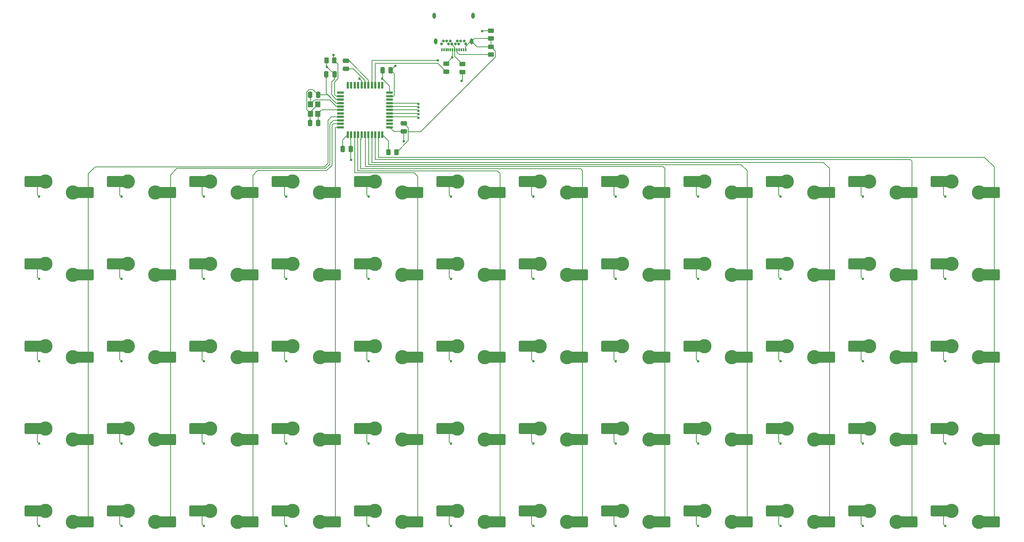
<source format=gbr>
%TF.GenerationSoftware,KiCad,Pcbnew,8.0.4*%
%TF.CreationDate,2024-09-02T18:18:05-04:00*%
%TF.ProjectId,BTKeyboardAttempt,42544b65-7962-46f6-9172-64417474656d,rev?*%
%TF.SameCoordinates,Original*%
%TF.FileFunction,Copper,L1,Top*%
%TF.FilePolarity,Positive*%
%FSLAX46Y46*%
G04 Gerber Fmt 4.6, Leading zero omitted, Abs format (unit mm)*
G04 Created by KiCad (PCBNEW 8.0.4) date 2024-09-02 18:18:05*
%MOMM*%
%LPD*%
G01*
G04 APERTURE LIST*
G04 Aperture macros list*
%AMRoundRect*
0 Rectangle with rounded corners*
0 $1 Rounding radius*
0 $2 $3 $4 $5 $6 $7 $8 $9 X,Y pos of 4 corners*
0 Add a 4 corners polygon primitive as box body*
4,1,4,$2,$3,$4,$5,$6,$7,$8,$9,$2,$3,0*
0 Add four circle primitives for the rounded corners*
1,1,$1+$1,$2,$3*
1,1,$1+$1,$4,$5*
1,1,$1+$1,$6,$7*
1,1,$1+$1,$8,$9*
0 Add four rect primitives between the rounded corners*
20,1,$1+$1,$2,$3,$4,$5,0*
20,1,$1+$1,$4,$5,$6,$7,0*
20,1,$1+$1,$6,$7,$8,$9,0*
20,1,$1+$1,$8,$9,$2,$3,0*%
G04 Aperture macros list end*
%TA.AperFunction,SMDPad,CuDef*%
%ADD10RoundRect,0.250000X-0.450000X0.262500X-0.450000X-0.262500X0.450000X-0.262500X0.450000X0.262500X0*%
%TD*%
%TA.AperFunction,ComponentPad*%
%ADD11C,3.300000*%
%TD*%
%TA.AperFunction,SMDPad,CuDef*%
%ADD12R,1.650000X2.500000*%
%TD*%
%TA.AperFunction,SMDPad,CuDef*%
%ADD13RoundRect,0.250000X-1.025000X-1.000000X1.025000X-1.000000X1.025000X1.000000X-1.025000X1.000000X0*%
%TD*%
%TA.AperFunction,SMDPad,CuDef*%
%ADD14R,1.200000X1.400000*%
%TD*%
%TA.AperFunction,SMDPad,CuDef*%
%ADD15RoundRect,0.250000X-0.262500X-0.450000X0.262500X-0.450000X0.262500X0.450000X-0.262500X0.450000X0*%
%TD*%
%TA.AperFunction,SMDPad,CuDef*%
%ADD16R,0.300000X0.700000*%
%TD*%
%TA.AperFunction,ComponentPad*%
%ADD17C,0.650000*%
%TD*%
%TA.AperFunction,ComponentPad*%
%ADD18O,0.800000X1.400000*%
%TD*%
%TA.AperFunction,SMDPad,CuDef*%
%ADD19R,0.550000X1.500000*%
%TD*%
%TA.AperFunction,SMDPad,CuDef*%
%ADD20R,1.500000X0.550000*%
%TD*%
%TA.AperFunction,SMDPad,CuDef*%
%ADD21RoundRect,0.250000X0.250000X0.475000X-0.250000X0.475000X-0.250000X-0.475000X0.250000X-0.475000X0*%
%TD*%
%TA.AperFunction,SMDPad,CuDef*%
%ADD22RoundRect,0.250000X0.450000X-0.262500X0.450000X0.262500X-0.450000X0.262500X-0.450000X-0.262500X0*%
%TD*%
%TA.AperFunction,SMDPad,CuDef*%
%ADD23RoundRect,0.250000X-0.250000X-0.475000X0.250000X-0.475000X0.250000X0.475000X-0.250000X0.475000X0*%
%TD*%
%TA.AperFunction,SMDPad,CuDef*%
%ADD24RoundRect,0.250000X0.475000X-0.250000X0.475000X0.250000X-0.475000X0.250000X-0.475000X-0.250000X0*%
%TD*%
%TA.AperFunction,ViaPad*%
%ADD25C,0.600000*%
%TD*%
%TA.AperFunction,Conductor*%
%ADD26C,0.200000*%
%TD*%
G04 APERTURE END LIST*
D10*
%TO.P,R3,1*%
%TO.N,D-*%
X148899996Y-24002500D03*
%TO.P,R3,2*%
%TO.N,Net-(U2-D-)*%
X148899996Y-25827500D03*
%TD*%
D11*
%TO.P,MX30,1,1*%
%TO.N,COL5*%
X157797500Y-130016250D03*
D12*
X159622500Y-130016250D03*
D13*
X161347500Y-130016250D03*
%TO.P,MX30,2,2*%
%TO.N,Net-(D30-A)*%
X147897500Y-127476250D03*
D12*
X149647500Y-127476250D03*
D11*
X151447500Y-127476250D03*
%TD*%
%TO.P,MX13,1,1*%
%TO.N,COL2*%
X100647500Y-91916250D03*
D12*
X102472500Y-91916250D03*
D13*
X104197500Y-91916250D03*
%TO.P,MX13,2,2*%
%TO.N,Net-(D13-A)*%
X90747500Y-89376250D03*
D12*
X92497500Y-89376250D03*
D11*
X94297500Y-89376250D03*
%TD*%
%TO.P,MX23,1,1*%
%TO.N,COL4*%
X138747500Y-91916250D03*
D12*
X140572500Y-91916250D03*
D13*
X142297500Y-91916250D03*
%TO.P,MX23,2,2*%
%TO.N,Net-(D23-A)*%
X128847500Y-89376250D03*
D12*
X130597500Y-89376250D03*
D11*
X132397500Y-89376250D03*
%TD*%
%TO.P,MX21,1,1*%
%TO.N,COL4*%
X138747500Y-53816250D03*
D12*
X140572500Y-53816250D03*
D13*
X142297500Y-53816250D03*
%TO.P,MX21,2,2*%
%TO.N,Net-(D21-A)*%
X128847500Y-51276250D03*
D12*
X130597500Y-51276250D03*
D11*
X132397500Y-51276250D03*
%TD*%
%TO.P,MX52,1,1*%
%TO.N,COL10*%
X253047500Y-72866250D03*
D12*
X254872500Y-72866250D03*
D13*
X256597500Y-72866250D03*
%TO.P,MX52,2,2*%
%TO.N,Net-(D52-A)*%
X243147500Y-70326250D03*
D12*
X244897500Y-70326250D03*
D11*
X246697500Y-70326250D03*
%TD*%
D14*
%TO.P,Y1,1,1*%
%TO.N,Net-(U2-XTAL1)*%
X119250000Y-35581250D03*
%TO.P,Y1,2,2*%
%TO.N,GND*%
X119250000Y-33381250D03*
%TO.P,Y1,3,3*%
%TO.N,Net-(U2-XTAL2)*%
X117550000Y-33381250D03*
%TO.P,Y1,4,4*%
%TO.N,GND*%
X117550000Y-35581250D03*
%TD*%
D11*
%TO.P,MX16,1,1*%
%TO.N,COL3*%
X119697500Y-53816250D03*
D12*
X121522500Y-53816250D03*
D13*
X123247500Y-53816250D03*
%TO.P,MX16,2,2*%
%TO.N,Net-(D16-A)*%
X109797500Y-51276250D03*
D12*
X111547500Y-51276250D03*
D11*
X113347500Y-51276250D03*
%TD*%
%TO.P,MX56,1,1*%
%TO.N,COL11*%
X272097500Y-53816250D03*
D12*
X273922500Y-53816250D03*
D13*
X275647500Y-53816250D03*
%TO.P,MX56,2,2*%
%TO.N,Net-(D56-A)*%
X262197500Y-51276250D03*
D12*
X263947500Y-51276250D03*
D11*
X265747500Y-51276250D03*
%TD*%
D15*
%TO.P,R4,1*%
%TO.N,+5V*%
X121237500Y-23231250D03*
%TO.P,R4,2*%
%TO.N,Net-(U2-~{RESET})*%
X123062500Y-23231250D03*
%TD*%
D11*
%TO.P,MX60,1,1*%
%TO.N,COL11*%
X272097500Y-130016250D03*
D12*
X273922500Y-130016250D03*
D13*
X275647500Y-130016250D03*
%TO.P,MX60,2,2*%
%TO.N,Net-(D60-A)*%
X262197500Y-127476250D03*
D12*
X263947500Y-127476250D03*
D11*
X265747500Y-127476250D03*
%TD*%
D16*
%TO.P,J1,A1,GND*%
%TO.N,GND*%
X153399996Y-20760000D03*
%TO.P,J1,A2,TX1+*%
%TO.N,unconnected-(J1-TX1+-PadA2)*%
X152899996Y-20760000D03*
%TO.P,J1,A3,TX1-*%
%TO.N,unconnected-(J1-TX1--PadA3)*%
X152399996Y-20760000D03*
%TO.P,J1,A4,VBUS*%
%TO.N,+5V*%
X151899996Y-20760000D03*
%TO.P,J1,A5,CC1*%
%TO.N,Net-(J1-CC1)*%
X151399996Y-20760000D03*
%TO.P,J1,A6,D+*%
%TO.N,D+*%
X150899996Y-20760000D03*
%TO.P,J1,A7,D-*%
%TO.N,D-*%
X150399996Y-20760000D03*
%TO.P,J1,A8,SBU1*%
%TO.N,unconnected-(J1-SBU1-PadA8)*%
X149899996Y-20760000D03*
%TO.P,J1,A9,VBUS*%
%TO.N,+5V*%
X149399996Y-20760000D03*
%TO.P,J1,A10,RX2-*%
%TO.N,unconnected-(J1-RX2--PadA10)*%
X148899996Y-20760000D03*
%TO.P,J1,A11,RX2+*%
%TO.N,unconnected-(J1-RX2+-PadA11)*%
X148399996Y-20760000D03*
%TO.P,J1,A12,GND*%
%TO.N,GND*%
X147899996Y-20760000D03*
D17*
%TO.P,J1,B1,GND*%
X147849996Y-19450000D03*
%TO.P,J1,B2,TX2+*%
%TO.N,unconnected-(J1-TX2+-PadB2)*%
X148249996Y-18750000D03*
%TO.P,J1,B3,TX2-*%
%TO.N,unconnected-(J1-TX2--PadB3)*%
X149049996Y-18750000D03*
%TO.P,J1,B4,VBUS*%
%TO.N,+5V*%
X149449996Y-19450000D03*
%TO.P,J1,B5,CC2*%
%TO.N,Net-(J1-CC2)*%
X149849996Y-18750000D03*
%TO.P,J1,B6,D+*%
%TO.N,D+*%
X150249996Y-19450000D03*
%TO.P,J1,B7,D-*%
%TO.N,D-*%
X151049996Y-19450000D03*
%TO.P,J1,B8,SBU2*%
%TO.N,unconnected-(J1-SBU2-PadB8)*%
X151449996Y-18750000D03*
%TO.P,J1,B9,VBUS*%
%TO.N,+5V*%
X151849996Y-19450000D03*
%TO.P,J1,B10,RX1-*%
%TO.N,unconnected-(J1-RX1--PadB10)*%
X152249996Y-18750000D03*
%TO.P,J1,B11,RX1+*%
%TO.N,unconnected-(J1-RX1+-PadB11)*%
X153049996Y-18750000D03*
%TO.P,J1,B12,GND*%
%TO.N,GND*%
X153449996Y-19450000D03*
D18*
%TO.P,J1,S1,SHIELD*%
X155139996Y-12900000D03*
X154779996Y-18850000D03*
X146519996Y-18850000D03*
X146159996Y-12900000D03*
%TD*%
D11*
%TO.P,MX6,1,1*%
%TO.N,COL1*%
X81597500Y-91916250D03*
D12*
X83422500Y-91916250D03*
D13*
X85147500Y-91916250D03*
%TO.P,MX6,2,2*%
%TO.N,Net-(D6-A)*%
X71697500Y-89376250D03*
D12*
X73447500Y-89376250D03*
D11*
X75247500Y-89376250D03*
%TD*%
%TO.P,MX3,1,1*%
%TO.N,COL0*%
X62547500Y-72866250D03*
D12*
X64372500Y-72866250D03*
D13*
X66097500Y-72866250D03*
%TO.P,MX3,2,2*%
%TO.N,Net-(D3-A)*%
X52647500Y-70326250D03*
D12*
X54397500Y-70326250D03*
D11*
X56197500Y-70326250D03*
%TD*%
%TO.P,MX42,1,1*%
%TO.N,COL8*%
X214947500Y-72866250D03*
D12*
X216772500Y-72866250D03*
D13*
X218497500Y-72866250D03*
%TO.P,MX42,2,2*%
%TO.N,Net-(D42-A)*%
X205047500Y-70326250D03*
D12*
X206797500Y-70326250D03*
D11*
X208597500Y-70326250D03*
%TD*%
%TO.P,MX45,1,1*%
%TO.N,COL8*%
X214947500Y-130016250D03*
D12*
X216772500Y-130016250D03*
D13*
X218497500Y-130016250D03*
%TO.P,MX45,2,2*%
%TO.N,Net-(D45-A)*%
X205047500Y-127476250D03*
D12*
X206797500Y-127476250D03*
D11*
X208597500Y-127476250D03*
%TD*%
%TO.P,MX8,1,1*%
%TO.N,COL1*%
X81597500Y-110966250D03*
D12*
X83422500Y-110966250D03*
D13*
X85147500Y-110966250D03*
%TO.P,MX8,2,2*%
%TO.N,Net-(D8-A)*%
X71697500Y-108426250D03*
D12*
X73447500Y-108426250D03*
D11*
X75247500Y-108426250D03*
%TD*%
%TO.P,MX35,1,1*%
%TO.N,COL6*%
X176847500Y-130016250D03*
D12*
X178672500Y-130016250D03*
D13*
X180397500Y-130016250D03*
%TO.P,MX35,2,2*%
%TO.N,Net-(D35-A)*%
X166947500Y-127476250D03*
D12*
X168697500Y-127476250D03*
D11*
X170497500Y-127476250D03*
%TD*%
%TO.P,MX36,1,1*%
%TO.N,COL7*%
X195897500Y-53816250D03*
D12*
X197722500Y-53816250D03*
D13*
X199447500Y-53816250D03*
%TO.P,MX36,2,2*%
%TO.N,Net-(D36-A)*%
X185997500Y-51276250D03*
D12*
X187747500Y-51276250D03*
D11*
X189547500Y-51276250D03*
%TD*%
%TO.P,MX1,1,1*%
%TO.N,COL0*%
X62547500Y-53816250D03*
D12*
X64372500Y-53816250D03*
D13*
X66097500Y-53816250D03*
%TO.P,MX1,2,2*%
%TO.N,Net-(D1-A)*%
X52647500Y-51276250D03*
D12*
X54397500Y-51276250D03*
D11*
X56197500Y-51276250D03*
%TD*%
%TO.P,MX55,1,1*%
%TO.N,COL10*%
X253047500Y-130016250D03*
D12*
X254872500Y-130016250D03*
D13*
X256597500Y-130016250D03*
%TO.P,MX55,2,2*%
%TO.N,Net-(D55-A)*%
X243147500Y-127476250D03*
D12*
X244897500Y-127476250D03*
D11*
X246697500Y-127476250D03*
%TD*%
%TO.P,MX9,1,1*%
%TO.N,COL0*%
X62547500Y-130016250D03*
D12*
X64372500Y-130016250D03*
D13*
X66097500Y-130016250D03*
%TO.P,MX9,2,2*%
%TO.N,Net-(D9-A)*%
X52647500Y-127476250D03*
D12*
X54397500Y-127476250D03*
D11*
X56197500Y-127476250D03*
%TD*%
%TO.P,MX39,1,1*%
%TO.N,COL7*%
X195897500Y-110966250D03*
D12*
X197722500Y-110966250D03*
D13*
X199447500Y-110966250D03*
%TO.P,MX39,2,2*%
%TO.N,Net-(D39-A)*%
X185997500Y-108426250D03*
D12*
X187747500Y-108426250D03*
D11*
X189547500Y-108426250D03*
%TD*%
%TO.P,MX11,1,1*%
%TO.N,COL2*%
X100647500Y-53816250D03*
D12*
X102472500Y-53816250D03*
D13*
X104197500Y-53816250D03*
%TO.P,MX11,2,2*%
%TO.N,Net-(D11-A)*%
X90747500Y-51276250D03*
D12*
X92497500Y-51276250D03*
D11*
X94297500Y-51276250D03*
%TD*%
%TO.P,MX24,1,1*%
%TO.N,COL4*%
X138747500Y-110966250D03*
D12*
X140572500Y-110966250D03*
D13*
X142297500Y-110966250D03*
%TO.P,MX24,2,2*%
%TO.N,Net-(D24-A)*%
X128847500Y-108426250D03*
D12*
X130597500Y-108426250D03*
D11*
X132397500Y-108426250D03*
%TD*%
%TO.P,MX37,1,1*%
%TO.N,COL7*%
X195897500Y-72866250D03*
D12*
X197722500Y-72866250D03*
D13*
X199447500Y-72866250D03*
%TO.P,MX37,2,2*%
%TO.N,Net-(D37-A)*%
X185997500Y-70326250D03*
D12*
X187747500Y-70326250D03*
D11*
X189547500Y-70326250D03*
%TD*%
%TO.P,MX32,1,1*%
%TO.N,COL6*%
X176847500Y-72866250D03*
D12*
X178672500Y-72866250D03*
D13*
X180397500Y-72866250D03*
%TO.P,MX32,2,2*%
%TO.N,Net-(D32-A)*%
X166947500Y-70326250D03*
D12*
X168697500Y-70326250D03*
D11*
X170497500Y-70326250D03*
%TD*%
%TO.P,MX20,1,1*%
%TO.N,COL3*%
X119697500Y-130016250D03*
D12*
X121522500Y-130016250D03*
D13*
X123247500Y-130016250D03*
%TO.P,MX20,2,2*%
%TO.N,Net-(D20-A)*%
X109797500Y-127476250D03*
D12*
X111547500Y-127476250D03*
D11*
X113347500Y-127476250D03*
%TD*%
D10*
%TO.P,R6,1*%
%TO.N,Net-(J1-CC2)*%
X159250000Y-16337500D03*
%TO.P,R6,2*%
%TO.N,GND*%
X159250000Y-18162500D03*
%TD*%
D11*
%TO.P,MX48,1,1*%
%TO.N,COL9*%
X233997500Y-91916250D03*
D12*
X235822500Y-91916250D03*
D13*
X237547500Y-91916250D03*
%TO.P,MX48,2,2*%
%TO.N,Net-(D48-A)*%
X224097500Y-89376250D03*
D12*
X225847500Y-89376250D03*
D11*
X227647500Y-89376250D03*
%TD*%
%TO.P,MX33,1,1*%
%TO.N,COL6*%
X176847500Y-91916250D03*
D12*
X178672500Y-91916250D03*
D13*
X180397500Y-91916250D03*
%TO.P,MX33,2,2*%
%TO.N,Net-(D33-A)*%
X166947500Y-89376250D03*
D12*
X168697500Y-89376250D03*
D11*
X170497500Y-89376250D03*
%TD*%
%TO.P,MX2,1,1*%
%TO.N,COL1*%
X81597500Y-53816250D03*
D12*
X83422500Y-53816250D03*
D13*
X85147500Y-53816250D03*
%TO.P,MX2,2,2*%
%TO.N,Net-(D2-A)*%
X71697500Y-51276250D03*
D12*
X73447500Y-51276250D03*
D11*
X75247500Y-51276250D03*
%TD*%
%TO.P,MX15,1,1*%
%TO.N,COL2*%
X100647500Y-130016250D03*
D12*
X102472500Y-130016250D03*
D13*
X104197500Y-130016250D03*
%TO.P,MX15,2,2*%
%TO.N,Net-(D15-A)*%
X90747500Y-127476250D03*
D12*
X92497500Y-127476250D03*
D11*
X94297500Y-127476250D03*
%TD*%
%TO.P,MX5,1,1*%
%TO.N,COL0*%
X62547500Y-91916250D03*
D12*
X64372500Y-91916250D03*
D13*
X66097500Y-91916250D03*
%TO.P,MX5,2,2*%
%TO.N,Net-(D5-A)*%
X52647500Y-89376250D03*
D12*
X54397500Y-89376250D03*
D11*
X56197500Y-89376250D03*
%TD*%
%TO.P,MX53,1,1*%
%TO.N,COL10*%
X253047500Y-91916250D03*
D12*
X254872500Y-91916250D03*
D13*
X256597500Y-91916250D03*
%TO.P,MX53,2,2*%
%TO.N,Net-(D53-A)*%
X243147500Y-89376250D03*
D12*
X244897500Y-89376250D03*
D11*
X246697500Y-89376250D03*
%TD*%
%TO.P,MX46,1,1*%
%TO.N,COL9*%
X233997500Y-53816250D03*
D12*
X235822500Y-53816250D03*
D13*
X237547500Y-53816250D03*
%TO.P,MX46,2,2*%
%TO.N,Net-(D46-A)*%
X224097500Y-51276250D03*
D12*
X225847500Y-51276250D03*
D11*
X227647500Y-51276250D03*
%TD*%
%TO.P,MX57,1,1*%
%TO.N,COL11*%
X272097500Y-72866250D03*
D12*
X273922500Y-72866250D03*
D13*
X275647500Y-72866250D03*
%TO.P,MX57,2,2*%
%TO.N,Net-(D57-A)*%
X262197500Y-70326250D03*
D12*
X263947500Y-70326250D03*
D11*
X265747500Y-70326250D03*
%TD*%
%TO.P,MX31,1,1*%
%TO.N,COL6*%
X176847500Y-53816250D03*
D12*
X178672500Y-53816250D03*
D13*
X180397500Y-53816250D03*
%TO.P,MX31,2,2*%
%TO.N,Net-(D31-A)*%
X166947500Y-51276250D03*
D12*
X168697500Y-51276250D03*
D11*
X170497500Y-51276250D03*
%TD*%
D19*
%TO.P,U2,1,PE6*%
%TO.N,unconnected-(U2-PE6-Pad1)*%
X134150000Y-29000000D03*
%TO.P,U2,2,UVCC*%
%TO.N,+5V*%
X133350000Y-29000000D03*
%TO.P,U2,3,D-*%
%TO.N,Net-(U2-D-)*%
X132550000Y-29000000D03*
%TO.P,U2,4,D+*%
%TO.N,Net-(U2-D+)*%
X131750000Y-29000000D03*
%TO.P,U2,5,UGND*%
%TO.N,GND*%
X130950000Y-29000000D03*
%TO.P,U2,6,UCAP*%
%TO.N,Net-(U2-UCAP)*%
X130150000Y-29000000D03*
%TO.P,U2,7,VBUS*%
%TO.N,+5V*%
X129350000Y-29000000D03*
%TO.P,U2,8,PB0*%
%TO.N,unconnected-(U2-PB0-Pad8)*%
X128550000Y-29000000D03*
%TO.P,U2,9,PB1*%
%TO.N,unconnected-(U2-PB1-Pad9)*%
X127750000Y-29000000D03*
%TO.P,U2,10,PB2*%
%TO.N,unconnected-(U2-PB2-Pad10)*%
X126950000Y-29000000D03*
%TO.P,U2,11,PB3*%
%TO.N,unconnected-(U2-PB3-Pad11)*%
X126150000Y-29000000D03*
D20*
%TO.P,U2,12,PB7*%
%TO.N,unconnected-(U2-PB7-Pad12)*%
X124450000Y-30700000D03*
%TO.P,U2,13,~{RESET}*%
%TO.N,Net-(U2-~{RESET})*%
X124450000Y-31500000D03*
%TO.P,U2,14,VCC*%
%TO.N,+5V*%
X124450000Y-32300000D03*
%TO.P,U2,15,GND*%
%TO.N,GND*%
X124450000Y-33100000D03*
%TO.P,U2,16,XTAL2*%
%TO.N,Net-(U2-XTAL2)*%
X124450000Y-33900000D03*
%TO.P,U2,17,XTAL1*%
%TO.N,Net-(U2-XTAL1)*%
X124450000Y-34700000D03*
%TO.P,U2,18,PD0*%
%TO.N,unconnected-(U2-PD0-Pad18)*%
X124450000Y-35500000D03*
%TO.P,U2,19,PD1*%
%TO.N,COL0*%
X124450000Y-36300000D03*
%TO.P,U2,20,PD2*%
%TO.N,COL1*%
X124450000Y-37100000D03*
%TO.P,U2,21,PD3*%
%TO.N,COL2*%
X124450000Y-37900000D03*
%TO.P,U2,22,PD5*%
%TO.N,COL3*%
X124450000Y-38700000D03*
D19*
%TO.P,U2,23,GND*%
%TO.N,GND*%
X126150000Y-40400000D03*
%TO.P,U2,24,AVCC*%
%TO.N,+5V*%
X126950000Y-40400000D03*
%TO.P,U2,25,PD4*%
%TO.N,COL4*%
X127750000Y-40400000D03*
%TO.P,U2,26,PD6*%
%TO.N,COL5*%
X128550000Y-40400000D03*
%TO.P,U2,27,PD7*%
%TO.N,COL6*%
X129350000Y-40400000D03*
%TO.P,U2,28,PB4*%
%TO.N,COL7*%
X130150000Y-40400000D03*
%TO.P,U2,29,PB5*%
%TO.N,COL8*%
X130950000Y-40400000D03*
%TO.P,U2,30,PB6*%
%TO.N,COL9*%
X131750000Y-40400000D03*
%TO.P,U2,31,PC6*%
%TO.N,COL10*%
X132550000Y-40400000D03*
%TO.P,U2,32,PC7*%
%TO.N,COL11*%
X133350000Y-40400000D03*
%TO.P,U2,33,~{HWB}/PE2*%
%TO.N,Net-(U2-~{HWB}{slash}PE2)*%
X134150000Y-40400000D03*
D20*
%TO.P,U2,34,VCC*%
%TO.N,+5V*%
X135850000Y-38700000D03*
%TO.P,U2,35,GND*%
%TO.N,GND*%
X135850000Y-37900000D03*
%TO.P,U2,36,PF7*%
%TO.N,unconnected-(U2-PF7-Pad36)*%
X135850000Y-37100000D03*
%TO.P,U2,37,PF6*%
%TO.N,ROW0*%
X135850000Y-36300000D03*
%TO.P,U2,38,PF5*%
%TO.N,ROW1*%
X135850000Y-35500000D03*
%TO.P,U2,39,PF4*%
%TO.N,ROW2*%
X135850000Y-34700000D03*
%TO.P,U2,40,PF1*%
%TO.N,ROW3*%
X135850000Y-33900000D03*
%TO.P,U2,41,PF0*%
%TO.N,ROW4*%
X135850000Y-33100000D03*
%TO.P,U2,42,AREF*%
%TO.N,unconnected-(U2-AREF-Pad42)*%
X135850000Y-32300000D03*
%TO.P,U2,43,GND*%
%TO.N,GND*%
X135850000Y-31500000D03*
%TO.P,U2,44,AVCC*%
%TO.N,+5V*%
X135850000Y-30700000D03*
%TD*%
D11*
%TO.P,MX25,1,1*%
%TO.N,COL4*%
X138747500Y-130016250D03*
D12*
X140572500Y-130016250D03*
D13*
X142297500Y-130016250D03*
%TO.P,MX25,2,2*%
%TO.N,Net-(D25-A)*%
X128847500Y-127476250D03*
D12*
X130597500Y-127476250D03*
D11*
X132397500Y-127476250D03*
%TD*%
D21*
%TO.P,C4,1*%
%TO.N,+5V*%
X123100000Y-26481250D03*
%TO.P,C4,2*%
%TO.N,GND*%
X121200000Y-26481250D03*
%TD*%
D11*
%TO.P,MX41,1,1*%
%TO.N,COL8*%
X214947500Y-53816250D03*
D12*
X216772500Y-53816250D03*
D13*
X218497500Y-53816250D03*
%TO.P,MX41,2,2*%
%TO.N,Net-(D41-A)*%
X205047500Y-51276250D03*
D12*
X206797500Y-51276250D03*
D11*
X208597500Y-51276250D03*
%TD*%
%TO.P,MX7,1,1*%
%TO.N,COL0*%
X62547500Y-110966250D03*
D12*
X64372500Y-110966250D03*
D13*
X66097500Y-110966250D03*
%TO.P,MX7,2,2*%
%TO.N,Net-(D7-A)*%
X52647500Y-108426250D03*
D12*
X54397500Y-108426250D03*
D11*
X56197500Y-108426250D03*
%TD*%
D22*
%TO.P,R5,1*%
%TO.N,Net-(J1-CC1)*%
X159250000Y-21912500D03*
%TO.P,R5,2*%
%TO.N,GND*%
X159250000Y-20087500D03*
%TD*%
D11*
%TO.P,MX27,1,1*%
%TO.N,COL5*%
X157797500Y-72866250D03*
D12*
X159622500Y-72866250D03*
D13*
X161347500Y-72866250D03*
%TO.P,MX27,2,2*%
%TO.N,Net-(D27-A)*%
X147897500Y-70326250D03*
D12*
X149647500Y-70326250D03*
D11*
X151447500Y-70326250D03*
%TD*%
%TO.P,MX18,1,1*%
%TO.N,COL3*%
X119697500Y-91916250D03*
D12*
X121522500Y-91916250D03*
D13*
X123247500Y-91916250D03*
%TO.P,MX18,2,2*%
%TO.N,Net-(D18-A)*%
X109797500Y-89376250D03*
D12*
X111547500Y-89376250D03*
D11*
X113347500Y-89376250D03*
%TD*%
%TO.P,MX50,1,1*%
%TO.N,COL9*%
X233997500Y-130016250D03*
D12*
X235822500Y-130016250D03*
D13*
X237547500Y-130016250D03*
%TO.P,MX50,2,2*%
%TO.N,Net-(D50-A)*%
X224097500Y-127476250D03*
D12*
X225847500Y-127476250D03*
D11*
X227647500Y-127476250D03*
%TD*%
D21*
%TO.P,C3,1*%
%TO.N,+5V*%
X126850000Y-43731250D03*
%TO.P,C3,2*%
%TO.N,GND*%
X124950000Y-43731250D03*
%TD*%
D11*
%TO.P,MX51,1,1*%
%TO.N,COL10*%
X253047500Y-53816250D03*
D12*
X254872500Y-53816250D03*
D13*
X256597500Y-53816250D03*
%TO.P,MX51,2,2*%
%TO.N,Net-(D51-A)*%
X243147500Y-51276250D03*
D12*
X244897500Y-51276250D03*
D11*
X246697500Y-51276250D03*
%TD*%
%TO.P,MX40,1,1*%
%TO.N,COL7*%
X195897500Y-130016250D03*
D12*
X197722500Y-130016250D03*
D13*
X199447500Y-130016250D03*
%TO.P,MX40,2,2*%
%TO.N,Net-(D40-A)*%
X185997500Y-127476250D03*
D12*
X187747500Y-127476250D03*
D11*
X189547500Y-127476250D03*
%TD*%
%TO.P,MX12,1,1*%
%TO.N,COL2*%
X100647500Y-72866250D03*
D12*
X102472500Y-72866250D03*
D13*
X104197500Y-72866250D03*
%TO.P,MX12,2,2*%
%TO.N,Net-(D12-A)*%
X90747500Y-70326250D03*
D12*
X92497500Y-70326250D03*
D11*
X94297500Y-70326250D03*
%TD*%
%TO.P,MX47,1,1*%
%TO.N,COL9*%
X233997500Y-72866250D03*
D12*
X235822500Y-72866250D03*
D13*
X237547500Y-72866250D03*
%TO.P,MX47,2,2*%
%TO.N,Net-(D47-A)*%
X224097500Y-70326250D03*
D12*
X225847500Y-70326250D03*
D11*
X227647500Y-70326250D03*
%TD*%
%TO.P,MX58,1,1*%
%TO.N,COL11*%
X272097500Y-91916250D03*
D12*
X273922500Y-91916250D03*
D13*
X275647500Y-91916250D03*
%TO.P,MX58,2,2*%
%TO.N,Net-(D58-A)*%
X262197500Y-89376250D03*
D12*
X263947500Y-89376250D03*
D11*
X265747500Y-89376250D03*
%TD*%
%TO.P,MX59,1,1*%
%TO.N,COL11*%
X272097500Y-110966250D03*
D12*
X273922500Y-110966250D03*
D13*
X275647500Y-110966250D03*
%TO.P,MX59,2,2*%
%TO.N,Net-(D59-A)*%
X262197500Y-108426250D03*
D12*
X263947500Y-108426250D03*
D11*
X265747500Y-108426250D03*
%TD*%
%TO.P,MX43,1,1*%
%TO.N,COL8*%
X214947500Y-91916250D03*
D12*
X216772500Y-91916250D03*
D13*
X218497500Y-91916250D03*
%TO.P,MX43,2,2*%
%TO.N,Net-(D43-A)*%
X205047500Y-89376250D03*
D12*
X206797500Y-89376250D03*
D11*
X208597500Y-89376250D03*
%TD*%
D23*
%TO.P,C6,1*%
%TO.N,GND*%
X117450000Y-37731250D03*
%TO.P,C6,2*%
%TO.N,Net-(U2-XTAL1)*%
X119350000Y-37731250D03*
%TD*%
D11*
%TO.P,MX54,1,1*%
%TO.N,COL10*%
X253047500Y-110966250D03*
D12*
X254872500Y-110966250D03*
D13*
X256597500Y-110966250D03*
%TO.P,MX54,2,2*%
%TO.N,Net-(D54-A)*%
X243147500Y-108426250D03*
D12*
X244897500Y-108426250D03*
D11*
X246697500Y-108426250D03*
%TD*%
%TO.P,MX19,1,1*%
%TO.N,COL3*%
X119697500Y-110966250D03*
D12*
X121522500Y-110966250D03*
D13*
X123247500Y-110966250D03*
%TO.P,MX19,2,2*%
%TO.N,Net-(D19-A)*%
X109797500Y-108426250D03*
D12*
X111547500Y-108426250D03*
D11*
X113347500Y-108426250D03*
%TD*%
%TO.P,MX14,1,1*%
%TO.N,COL2*%
X100647500Y-110966250D03*
D12*
X102472500Y-110966250D03*
D13*
X104197500Y-110966250D03*
%TO.P,MX14,2,2*%
%TO.N,Net-(D14-A)*%
X90747500Y-108426250D03*
D12*
X92497500Y-108426250D03*
D11*
X94297500Y-108426250D03*
%TD*%
D23*
%TO.P,C5,1*%
%TO.N,+5V*%
X134200000Y-25481250D03*
%TO.P,C5,2*%
%TO.N,GND*%
X136100000Y-25481250D03*
%TD*%
D11*
%TO.P,MX22,1,1*%
%TO.N,COL4*%
X138747500Y-72866250D03*
D12*
X140572500Y-72866250D03*
D13*
X142297500Y-72866250D03*
%TO.P,MX22,2,2*%
%TO.N,Net-(D22-A)*%
X128847500Y-70326250D03*
D12*
X130597500Y-70326250D03*
D11*
X132397500Y-70326250D03*
%TD*%
D15*
%TO.P,R1,1*%
%TO.N,Net-(U2-~{HWB}{slash}PE2)*%
X135587500Y-44481250D03*
%TO.P,R1,2*%
%TO.N,GND*%
X137412500Y-44481250D03*
%TD*%
D11*
%TO.P,MX26,1,1*%
%TO.N,COL5*%
X157797500Y-53816250D03*
D12*
X159622500Y-53816250D03*
D13*
X161347500Y-53816250D03*
%TO.P,MX26,2,2*%
%TO.N,Net-(D26-A)*%
X147897500Y-51276250D03*
D12*
X149647500Y-51276250D03*
D11*
X151447500Y-51276250D03*
%TD*%
%TO.P,MX28,1,1*%
%TO.N,COL5*%
X157797500Y-91916250D03*
D12*
X159622500Y-91916250D03*
D13*
X161347500Y-91916250D03*
%TO.P,MX28,2,2*%
%TO.N,Net-(D28-A)*%
X147897500Y-89376250D03*
D12*
X149647500Y-89376250D03*
D11*
X151447500Y-89376250D03*
%TD*%
D21*
%TO.P,C7,1*%
%TO.N,GND*%
X119350000Y-31231250D03*
%TO.P,C7,2*%
%TO.N,Net-(U2-XTAL2)*%
X117450000Y-31231250D03*
%TD*%
D11*
%TO.P,MX49,1,1*%
%TO.N,COL9*%
X233997500Y-110966250D03*
D12*
X235822500Y-110966250D03*
D13*
X237547500Y-110966250D03*
%TO.P,MX49,2,2*%
%TO.N,Net-(D49-A)*%
X224097500Y-108426250D03*
D12*
X225847500Y-108426250D03*
D11*
X227647500Y-108426250D03*
%TD*%
D24*
%TO.P,C1,1*%
%TO.N,Net-(U2-UCAP)*%
X125750000Y-25200000D03*
%TO.P,C1,2*%
%TO.N,GND*%
X125750000Y-23300000D03*
%TD*%
D11*
%TO.P,MX44,1,1*%
%TO.N,COL8*%
X214947500Y-110966250D03*
D12*
X216772500Y-110966250D03*
D13*
X218497500Y-110966250D03*
%TO.P,MX44,2,2*%
%TO.N,Net-(D44-A)*%
X205047500Y-108426250D03*
D12*
X206797500Y-108426250D03*
D11*
X208597500Y-108426250D03*
%TD*%
D10*
%TO.P,R2,1*%
%TO.N,D+*%
X152649996Y-24077500D03*
%TO.P,R2,2*%
%TO.N,Net-(U2-D+)*%
X152649996Y-25902500D03*
%TD*%
D11*
%TO.P,MX4,1,1*%
%TO.N,COL1*%
X81597500Y-72866250D03*
D12*
X83422500Y-72866250D03*
D13*
X85147500Y-72866250D03*
%TO.P,MX4,2,2*%
%TO.N,Net-(D4-A)*%
X71697500Y-70326250D03*
D12*
X73447500Y-70326250D03*
D11*
X75247500Y-70326250D03*
%TD*%
%TO.P,MX38,1,1*%
%TO.N,COL7*%
X195897500Y-91916250D03*
D12*
X197722500Y-91916250D03*
D13*
X199447500Y-91916250D03*
%TO.P,MX38,2,2*%
%TO.N,Net-(D38-A)*%
X185997500Y-89376250D03*
D12*
X187747500Y-89376250D03*
D11*
X189547500Y-89376250D03*
%TD*%
%TO.P,MX29,1,1*%
%TO.N,COL5*%
X157797500Y-110966250D03*
D12*
X159622500Y-110966250D03*
D13*
X161347500Y-110966250D03*
%TO.P,MX29,2,2*%
%TO.N,Net-(D29-A)*%
X147897500Y-108426250D03*
D12*
X149647500Y-108426250D03*
D11*
X151447500Y-108426250D03*
%TD*%
%TO.P,MX10,1,1*%
%TO.N,COL1*%
X81597500Y-130016250D03*
D12*
X83422500Y-130016250D03*
D13*
X85147500Y-130016250D03*
%TO.P,MX10,2,2*%
%TO.N,Net-(D10-A)*%
X71697500Y-127476250D03*
D12*
X73447500Y-127476250D03*
D11*
X75247500Y-127476250D03*
%TD*%
%TO.P,MX34,1,1*%
%TO.N,COL6*%
X176847500Y-110966250D03*
D12*
X178672500Y-110966250D03*
D13*
X180397500Y-110966250D03*
%TO.P,MX34,2,2*%
%TO.N,Net-(D34-A)*%
X166947500Y-108426250D03*
D12*
X168697500Y-108426250D03*
D11*
X170497500Y-108426250D03*
%TD*%
%TO.P,MX17,1,1*%
%TO.N,COL3*%
X119697500Y-72866250D03*
D12*
X121522500Y-72866250D03*
D13*
X123247500Y-72866250D03*
%TO.P,MX17,2,2*%
%TO.N,Net-(D17-A)*%
X109797500Y-70326250D03*
D12*
X111547500Y-70326250D03*
D11*
X113347500Y-70326250D03*
%TD*%
D24*
%TO.P,C2,1*%
%TO.N,+5V*%
X139150000Y-39681250D03*
%TO.P,C2,2*%
%TO.N,GND*%
X139150000Y-37781250D03*
%TD*%
D25*
%TO.N,GND*%
X137150000Y-24481250D03*
%TO.N,+5V*%
X139150000Y-41981250D03*
X128900000Y-27481250D03*
X126900000Y-46231250D03*
X121375000Y-24756250D03*
X134150000Y-27481250D03*
%TO.N,ROW0*%
X142500000Y-36500000D03*
%TO.N,Net-(D1-A)*%
X54768750Y-54768750D03*
%TO.N,Net-(D2-A)*%
X73818750Y-54768750D03*
%TO.N,ROW1*%
X142500000Y-35699997D03*
%TO.N,Net-(D3-A)*%
X54768750Y-73818750D03*
%TO.N,Net-(D4-A)*%
X73818750Y-73818750D03*
%TO.N,ROW2*%
X142500000Y-34899994D03*
%TO.N,Net-(D5-A)*%
X54768750Y-92868750D03*
%TO.N,Net-(D6-A)*%
X73818750Y-92868750D03*
%TO.N,Net-(D7-A)*%
X54768750Y-111918750D03*
%TO.N,ROW3*%
X142500000Y-34099991D03*
%TO.N,Net-(D8-A)*%
X73818750Y-111918750D03*
%TO.N,Net-(D9-A)*%
X54768750Y-130968750D03*
%TO.N,ROW4*%
X142500000Y-33299988D03*
%TO.N,Net-(D10-A)*%
X73818750Y-130968750D03*
%TO.N,Net-(D11-A)*%
X92868750Y-54768750D03*
%TO.N,Net-(D12-A)*%
X92868750Y-73818750D03*
%TO.N,Net-(D13-A)*%
X92868750Y-92868750D03*
%TO.N,Net-(D14-A)*%
X92868750Y-111918750D03*
%TO.N,Net-(D15-A)*%
X92868750Y-130968750D03*
%TO.N,Net-(D16-A)*%
X111918750Y-54768750D03*
%TO.N,Net-(D17-A)*%
X111918750Y-73818750D03*
%TO.N,Net-(D18-A)*%
X111918750Y-92868750D03*
%TO.N,Net-(D19-A)*%
X111918750Y-111918750D03*
%TO.N,Net-(D20-A)*%
X111918750Y-130968750D03*
%TO.N,Net-(D21-A)*%
X130968750Y-54768750D03*
%TO.N,Net-(D22-A)*%
X130968750Y-73818750D03*
%TO.N,Net-(D23-A)*%
X130968750Y-92868750D03*
%TO.N,Net-(D24-A)*%
X130968750Y-111918750D03*
%TO.N,Net-(D25-A)*%
X130968750Y-130968750D03*
%TO.N,Net-(D26-A)*%
X150018750Y-54768750D03*
%TO.N,Net-(D27-A)*%
X150018750Y-73818750D03*
%TO.N,Net-(D28-A)*%
X150018750Y-92868750D03*
%TO.N,Net-(D29-A)*%
X150018750Y-111918750D03*
%TO.N,Net-(D30-A)*%
X150018750Y-130968750D03*
%TO.N,Net-(D31-A)*%
X169068750Y-54768750D03*
%TO.N,Net-(D32-A)*%
X169068750Y-73818750D03*
%TO.N,Net-(D33-A)*%
X169068750Y-92868750D03*
%TO.N,Net-(D34-A)*%
X169068750Y-111918750D03*
%TO.N,Net-(D35-A)*%
X169068750Y-130968750D03*
%TO.N,Net-(D36-A)*%
X188118750Y-54768750D03*
%TO.N,Net-(D37-A)*%
X188118750Y-73818750D03*
%TO.N,Net-(D38-A)*%
X188118750Y-92868750D03*
%TO.N,Net-(D39-A)*%
X188118750Y-111918750D03*
%TO.N,Net-(D40-A)*%
X188118750Y-130968750D03*
%TO.N,Net-(D41-A)*%
X207168750Y-54768750D03*
%TO.N,Net-(D42-A)*%
X207168750Y-73818750D03*
%TO.N,Net-(D43-A)*%
X207168750Y-92868750D03*
%TO.N,Net-(D44-A)*%
X207168750Y-111918750D03*
%TO.N,Net-(D45-A)*%
X207168750Y-130968750D03*
%TO.N,Net-(D46-A)*%
X226218750Y-54768750D03*
%TO.N,Net-(D47-A)*%
X226218750Y-73818750D03*
%TO.N,Net-(D48-A)*%
X226218750Y-92868750D03*
%TO.N,Net-(D49-A)*%
X226218750Y-111918750D03*
%TO.N,Net-(D50-A)*%
X226218750Y-130968750D03*
%TO.N,Net-(D51-A)*%
X245268750Y-54768750D03*
%TO.N,Net-(D52-A)*%
X245268750Y-73818750D03*
%TO.N,Net-(D53-A)*%
X245268750Y-92868750D03*
%TO.N,Net-(D54-A)*%
X245268750Y-111918750D03*
%TO.N,Net-(D55-A)*%
X245268750Y-130968750D03*
%TO.N,Net-(D56-A)*%
X264318750Y-54768750D03*
%TO.N,Net-(D57-A)*%
X264318750Y-73818750D03*
%TO.N,Net-(D58-A)*%
X264318750Y-92868750D03*
%TO.N,Net-(D59-A)*%
X264318750Y-111918750D03*
%TO.N,Net-(D60-A)*%
X264318750Y-130968750D03*
%TO.N,Net-(J1-CC2)*%
X157250000Y-16500000D03*
%TO.N,D-*%
X150332802Y-22523182D03*
%TO.N,Net-(U2-~{RESET})*%
X122900000Y-21981250D03*
%TO.N,Net-(U2-D+)*%
X147000000Y-23250000D03*
X152500000Y-28000000D03*
%TD*%
D26*
%TO.N,GND*%
X159250000Y-20087500D02*
X156017496Y-20087500D01*
X160250000Y-21087500D02*
X160250000Y-22500000D01*
X118100000Y-29981250D02*
X119350000Y-31231250D01*
X126475000Y-23300000D02*
X130950000Y-27775000D01*
X125750000Y-23300000D02*
X126475000Y-23300000D01*
X136900000Y-26281250D02*
X136900000Y-31400000D01*
X137100000Y-24481250D02*
X136100000Y-25481250D01*
X119250000Y-33481250D02*
X117550000Y-35181250D01*
X154545402Y-18850000D02*
X154779996Y-18850000D01*
X140175000Y-39750000D02*
X140175000Y-38806250D01*
X140175000Y-41804779D02*
X137498529Y-44481250D01*
X140175000Y-41804779D02*
X140175000Y-39750000D01*
X116650000Y-34681250D02*
X116650000Y-30481250D01*
X119250000Y-33381250D02*
X119250000Y-33481250D01*
X159250000Y-18162500D02*
X159250000Y-20087500D01*
X156017496Y-20087500D02*
X154779996Y-18850000D01*
X160250000Y-22500000D02*
X143000000Y-39750000D01*
X143000000Y-39750000D02*
X140175000Y-39750000D01*
X140175000Y-38806250D02*
X139150000Y-37781250D01*
X116650000Y-30481250D02*
X117150000Y-29981250D01*
X119350000Y-31231250D02*
X121562500Y-31231250D01*
X137498529Y-44481250D02*
X137412500Y-44481250D01*
X153399996Y-19995406D02*
X154545402Y-18850000D01*
X121562500Y-31231250D02*
X123231250Y-32900000D01*
X124950000Y-43731250D02*
X124950000Y-41600000D01*
X117450000Y-37731250D02*
X117450000Y-35681250D01*
X136900000Y-31400000D02*
X136800000Y-31500000D01*
X136800000Y-31500000D02*
X135850000Y-31500000D01*
X123231250Y-32900000D02*
X123431250Y-33100000D01*
X153399996Y-20760000D02*
X153399996Y-19995406D01*
X124950000Y-41600000D02*
X126150000Y-40400000D01*
X136100000Y-25481250D02*
X136900000Y-26281250D01*
X117550000Y-35581250D02*
X116650000Y-34681250D01*
X117150000Y-29981250D02*
X118100000Y-29981250D01*
X117450000Y-35681250D02*
X117550000Y-35581250D01*
X121200000Y-30868750D02*
X123231250Y-32900000D01*
X121200000Y-26481250D02*
X121200000Y-30868750D01*
X137150000Y-24481250D02*
X137100000Y-24481250D01*
X159250000Y-18162500D02*
X155467496Y-18162500D01*
X155467496Y-18162500D02*
X154779996Y-18850000D01*
X130950000Y-27775000D02*
X130950000Y-29000000D01*
X117550000Y-35181250D02*
X117550000Y-35581250D01*
X123431250Y-33100000D02*
X124450000Y-33100000D01*
X159250000Y-20087500D02*
X160250000Y-21087500D01*
%TO.N,+5V*%
X122400000Y-28231250D02*
X122400000Y-31200000D01*
X123500000Y-32300000D02*
X124450000Y-32300000D01*
X134200000Y-27431250D02*
X134150000Y-27481250D01*
X123100000Y-27531250D02*
X122400000Y-28231250D01*
X121237500Y-23231250D02*
X121237500Y-24618750D01*
X126850000Y-43731250D02*
X126850000Y-46181250D01*
X123100000Y-26481250D02*
X123100000Y-27531250D01*
X134200000Y-25481250D02*
X134200000Y-27431250D01*
X126850000Y-40500000D02*
X126950000Y-40400000D01*
X122400000Y-31200000D02*
X123500000Y-32300000D01*
X126850000Y-43731250D02*
X126850000Y-40500000D01*
X129350000Y-29000000D02*
X129350000Y-27931250D01*
X121237500Y-24618750D02*
X121375000Y-24756250D01*
X121375000Y-24756250D02*
X123100000Y-26481250D01*
X136831250Y-39681250D02*
X135850000Y-38700000D01*
X126850000Y-46181250D02*
X126900000Y-46231250D01*
X139150000Y-39681250D02*
X136831250Y-39681250D01*
X135850000Y-30700000D02*
X135850000Y-29181250D01*
X139150000Y-39681250D02*
X139150000Y-41981250D01*
X129350000Y-27931250D02*
X128900000Y-27481250D01*
X135850000Y-29181250D02*
X134150000Y-27481250D01*
%TO.N,ROW0*%
X142300000Y-36300000D02*
X142500000Y-36500000D01*
X135850000Y-36300000D02*
X142300000Y-36300000D01*
%TO.N,Net-(D1-A)*%
X54397500Y-54397500D02*
X54768750Y-54768750D01*
X54397500Y-51276250D02*
X54397500Y-54397500D01*
%TO.N,Net-(D2-A)*%
X73447500Y-54397500D02*
X73818750Y-54768750D01*
X73447500Y-51276250D02*
X73447500Y-54397500D01*
%TO.N,ROW1*%
X135850000Y-35500000D02*
X142300003Y-35500000D01*
X142300003Y-35500000D02*
X142500000Y-35699997D01*
%TO.N,Net-(D3-A)*%
X54397500Y-70326250D02*
X54397500Y-73447500D01*
X54397500Y-73447500D02*
X54768750Y-73818750D01*
%TO.N,Net-(D4-A)*%
X73447500Y-73447500D02*
X73818750Y-73818750D01*
X73447500Y-70326250D02*
X73447500Y-73447500D01*
%TO.N,ROW2*%
X142300006Y-34700000D02*
X142500000Y-34899994D01*
X135850000Y-34700000D02*
X142300006Y-34700000D01*
%TO.N,Net-(D5-A)*%
X54397500Y-89376250D02*
X54397500Y-92497500D01*
X54397500Y-92497500D02*
X54768750Y-92868750D01*
%TO.N,Net-(D6-A)*%
X73447500Y-89376250D02*
X73447500Y-92497500D01*
X73447500Y-92497500D02*
X73818750Y-92868750D01*
%TO.N,Net-(D7-A)*%
X54397500Y-108426250D02*
X54397500Y-111547500D01*
X54397500Y-111547500D02*
X54768750Y-111918750D01*
%TO.N,ROW3*%
X135850000Y-33900000D02*
X142300009Y-33900000D01*
X142300009Y-33900000D02*
X142500000Y-34099991D01*
%TO.N,Net-(D8-A)*%
X73447500Y-111547500D02*
X73818750Y-111918750D01*
X73447500Y-108426250D02*
X73447500Y-111547500D01*
%TO.N,Net-(D9-A)*%
X54397500Y-127476250D02*
X54397500Y-130597500D01*
X54397500Y-130597500D02*
X54768750Y-130968750D01*
%TO.N,ROW4*%
X142300012Y-33100000D02*
X142500000Y-33299988D01*
X135850000Y-33100000D02*
X142300012Y-33100000D01*
%TO.N,Net-(D10-A)*%
X73447500Y-127476250D02*
X73447500Y-130597500D01*
X73447500Y-130597500D02*
X73818750Y-130968750D01*
%TO.N,Net-(D11-A)*%
X92497500Y-51276250D02*
X92497500Y-54397500D01*
X92497500Y-54397500D02*
X92868750Y-54768750D01*
%TO.N,Net-(D12-A)*%
X92497500Y-73447500D02*
X92868750Y-73818750D01*
X92497500Y-70326250D02*
X92497500Y-73447500D01*
%TO.N,Net-(D13-A)*%
X92497500Y-92497500D02*
X92868750Y-92868750D01*
X92497500Y-89376250D02*
X92497500Y-92497500D01*
%TO.N,Net-(D14-A)*%
X92497500Y-108426250D02*
X92497500Y-111547500D01*
X92497500Y-111547500D02*
X92868750Y-111918750D01*
%TO.N,Net-(D15-A)*%
X92497500Y-127476250D02*
X92497500Y-130597500D01*
X92497500Y-130597500D02*
X92868750Y-130968750D01*
%TO.N,Net-(D16-A)*%
X111547500Y-51276250D02*
X111547500Y-54397500D01*
X111547500Y-54397500D02*
X111918750Y-54768750D01*
%TO.N,Net-(D17-A)*%
X111547500Y-70326250D02*
X111547500Y-73447500D01*
X111547500Y-73447500D02*
X111918750Y-73818750D01*
%TO.N,Net-(D18-A)*%
X111547500Y-92497500D02*
X111918750Y-92868750D01*
X111547500Y-89376250D02*
X111547500Y-92497500D01*
%TO.N,Net-(D19-A)*%
X111547500Y-108426250D02*
X111547500Y-111547500D01*
X111547500Y-111547500D02*
X111918750Y-111918750D01*
%TO.N,Net-(D20-A)*%
X111547500Y-127476250D02*
X111547500Y-130597500D01*
X111547500Y-130597500D02*
X111918750Y-130968750D01*
%TO.N,Net-(D21-A)*%
X130597500Y-51276250D02*
X130597500Y-54397500D01*
X130597500Y-54397500D02*
X130968750Y-54768750D01*
%TO.N,Net-(D22-A)*%
X130597500Y-70326250D02*
X130597500Y-73447500D01*
X130597500Y-73447500D02*
X130968750Y-73818750D01*
%TO.N,Net-(D23-A)*%
X130597500Y-89376250D02*
X130597500Y-92497500D01*
X130597500Y-92497500D02*
X130968750Y-92868750D01*
%TO.N,Net-(D24-A)*%
X130597500Y-108426250D02*
X130597500Y-111547500D01*
X130597500Y-111547500D02*
X130968750Y-111918750D01*
%TO.N,Net-(D25-A)*%
X130597500Y-130597500D02*
X130968750Y-130968750D01*
X130597500Y-127476250D02*
X130597500Y-130597500D01*
%TO.N,Net-(D26-A)*%
X149647500Y-51276250D02*
X149647500Y-54397500D01*
X149647500Y-54397500D02*
X150018750Y-54768750D01*
%TO.N,Net-(D27-A)*%
X149647500Y-70326250D02*
X149647500Y-73447500D01*
X149647500Y-73447500D02*
X150018750Y-73818750D01*
%TO.N,Net-(D28-A)*%
X149647500Y-92497500D02*
X150018750Y-92868750D01*
X149647500Y-89376250D02*
X149647500Y-92497500D01*
%TO.N,Net-(D29-A)*%
X149647500Y-111547500D02*
X150018750Y-111918750D01*
X149647500Y-108426250D02*
X149647500Y-111547500D01*
%TO.N,Net-(D30-A)*%
X149647500Y-127476250D02*
X149647500Y-130597500D01*
X149647500Y-130597500D02*
X150018750Y-130968750D01*
%TO.N,Net-(D31-A)*%
X168697500Y-54397500D02*
X169068750Y-54768750D01*
X168697500Y-51276250D02*
X168697500Y-54397500D01*
%TO.N,Net-(D32-A)*%
X168697500Y-70326250D02*
X168697500Y-73447500D01*
X168697500Y-73447500D02*
X169068750Y-73818750D01*
%TO.N,Net-(D33-A)*%
X168697500Y-89376250D02*
X168697500Y-92497500D01*
X168697500Y-92497500D02*
X169068750Y-92868750D01*
%TO.N,Net-(D34-A)*%
X168697500Y-111547500D02*
X169068750Y-111918750D01*
X168697500Y-108426250D02*
X168697500Y-111547500D01*
%TO.N,Net-(D35-A)*%
X168697500Y-127476250D02*
X168697500Y-130597500D01*
X168697500Y-130597500D02*
X169068750Y-130968750D01*
%TO.N,Net-(D36-A)*%
X187747500Y-51276250D02*
X187747500Y-54397500D01*
X187747500Y-54397500D02*
X188118750Y-54768750D01*
%TO.N,Net-(D37-A)*%
X187747500Y-70326250D02*
X187747500Y-73447500D01*
X187747500Y-73447500D02*
X188118750Y-73818750D01*
%TO.N,Net-(D38-A)*%
X187747500Y-92497500D02*
X188118750Y-92868750D01*
X187747500Y-89376250D02*
X187747500Y-92497500D01*
%TO.N,Net-(D39-A)*%
X187747500Y-108426250D02*
X187747500Y-111547500D01*
X187747500Y-111547500D02*
X188118750Y-111918750D01*
%TO.N,Net-(D40-A)*%
X187747500Y-130597500D02*
X188118750Y-130968750D01*
X187747500Y-127476250D02*
X187747500Y-130597500D01*
%TO.N,Net-(D41-A)*%
X206797500Y-51276250D02*
X206797500Y-54397500D01*
X206797500Y-54397500D02*
X207168750Y-54768750D01*
%TO.N,Net-(D42-A)*%
X206797500Y-70326250D02*
X206797500Y-73447500D01*
X206797500Y-73447500D02*
X207168750Y-73818750D01*
%TO.N,Net-(D43-A)*%
X206797500Y-89376250D02*
X206797500Y-92497500D01*
X206797500Y-92497500D02*
X207168750Y-92868750D01*
%TO.N,Net-(D44-A)*%
X206797500Y-108426250D02*
X206797500Y-111547500D01*
X206797500Y-111547500D02*
X207168750Y-111918750D01*
%TO.N,Net-(D45-A)*%
X206797500Y-127476250D02*
X206797500Y-130597500D01*
X206797500Y-130597500D02*
X207168750Y-130968750D01*
%TO.N,Net-(D46-A)*%
X225847500Y-54397500D02*
X226218750Y-54768750D01*
X225847500Y-51276250D02*
X225847500Y-54397500D01*
%TO.N,Net-(D47-A)*%
X225847500Y-70326250D02*
X225847500Y-73447500D01*
X225847500Y-73447500D02*
X226218750Y-73818750D01*
%TO.N,Net-(D48-A)*%
X225847500Y-92497500D02*
X226218750Y-92868750D01*
X225847500Y-89376250D02*
X225847500Y-92497500D01*
%TO.N,Net-(D49-A)*%
X225847500Y-111547500D02*
X226218750Y-111918750D01*
X225847500Y-108426250D02*
X225847500Y-111547500D01*
%TO.N,Net-(D50-A)*%
X225847500Y-130597500D02*
X226218750Y-130968750D01*
X225847500Y-127476250D02*
X225847500Y-130597500D01*
%TO.N,Net-(D51-A)*%
X244897500Y-54397500D02*
X245268750Y-54768750D01*
X244897500Y-51276250D02*
X244897500Y-54397500D01*
%TO.N,Net-(D52-A)*%
X244897500Y-73447500D02*
X245268750Y-73818750D01*
X244897500Y-70326250D02*
X244897500Y-73447500D01*
%TO.N,Net-(D53-A)*%
X244897500Y-92497500D02*
X245268750Y-92868750D01*
X244897500Y-89376250D02*
X244897500Y-92497500D01*
%TO.N,Net-(D54-A)*%
X244897500Y-108426250D02*
X244897500Y-111547500D01*
X244897500Y-111547500D02*
X245268750Y-111918750D01*
%TO.N,Net-(D55-A)*%
X244897500Y-127476250D02*
X244897500Y-130597500D01*
X244897500Y-130597500D02*
X245268750Y-130968750D01*
%TO.N,Net-(D56-A)*%
X263947500Y-51276250D02*
X263947500Y-54397500D01*
X263947500Y-54397500D02*
X264318750Y-54768750D01*
%TO.N,Net-(D57-A)*%
X263947500Y-73447500D02*
X264318750Y-73818750D01*
X263947500Y-70326250D02*
X263947500Y-73447500D01*
%TO.N,Net-(D58-A)*%
X263947500Y-92497500D02*
X264318750Y-92868750D01*
X263947500Y-89376250D02*
X263947500Y-92497500D01*
%TO.N,Net-(D59-A)*%
X263947500Y-108426250D02*
X263947500Y-111547500D01*
X263947500Y-111547500D02*
X264318750Y-111918750D01*
%TO.N,Net-(D60-A)*%
X263947500Y-127476250D02*
X263947500Y-130597500D01*
X263947500Y-130597500D02*
X264318750Y-130968750D01*
%TO.N,Net-(J1-CC1)*%
X151399996Y-20760000D02*
X151399996Y-21360000D01*
X151399996Y-21360000D02*
X151952496Y-21912500D01*
X151952496Y-21912500D02*
X159250000Y-21912500D01*
%TO.N,Net-(J1-CC2)*%
X157412500Y-16337500D02*
X159250000Y-16337500D01*
X157250000Y-16500000D02*
X157412500Y-16337500D01*
%TO.N,D+*%
X150899996Y-20183884D02*
X150249996Y-19533884D01*
X152649996Y-24077500D02*
X150899996Y-22327500D01*
X150249996Y-19533884D02*
X150249996Y-19450000D01*
X150899996Y-20760000D02*
X150899996Y-20183884D01*
X150899996Y-22327500D02*
X150899996Y-20760000D01*
%TO.N,D-*%
X150399996Y-22502500D02*
X150399996Y-20760000D01*
X148899996Y-24002500D02*
X150399996Y-22502500D01*
%TO.N,Net-(U2-~{RESET})*%
X122900000Y-23068750D02*
X123062500Y-23231250D01*
X123900000Y-24068750D02*
X123900000Y-27481250D01*
X123062500Y-23231250D02*
X123900000Y-24068750D01*
X122900000Y-21981250D02*
X122900000Y-23068750D01*
X123900000Y-27481250D02*
X123150000Y-28231250D01*
X123150000Y-31150000D02*
X123500000Y-31500000D01*
X123500000Y-31500000D02*
X124450000Y-31500000D01*
X123150000Y-28231250D02*
X123150000Y-31150000D01*
%TO.N,Net-(U2-D-)*%
X132550000Y-23881250D02*
X132550000Y-29000000D01*
X148899996Y-25827500D02*
X146953746Y-23881250D01*
X146953746Y-23881250D02*
X132550000Y-23881250D01*
%TO.N,Net-(U2-D+)*%
X131750000Y-23250000D02*
X131750000Y-29000000D01*
X152649996Y-25902500D02*
X152649996Y-27850004D01*
X152649996Y-27850004D02*
X152500000Y-28000000D01*
X147000000Y-23250000D02*
X131750000Y-23250000D01*
%TO.N,Net-(U2-~{HWB}{slash}PE2)*%
X135587500Y-41837500D02*
X134150000Y-40400000D01*
X135587500Y-44481250D02*
X135587500Y-41837500D01*
%TO.N,Net-(U2-XTAL2)*%
X123500000Y-33900000D02*
X124450000Y-33900000D01*
X118450000Y-32381250D02*
X121981250Y-32381250D01*
X117550000Y-33281250D02*
X118450000Y-32381250D01*
X117550000Y-31331250D02*
X117450000Y-31231250D01*
X117550000Y-33381250D02*
X117550000Y-33281250D01*
X117550000Y-33381250D02*
X117550000Y-31331250D01*
X121981250Y-32381250D02*
X123500000Y-33900000D01*
%TO.N,Net-(U2-XTAL1)*%
X119350000Y-35681250D02*
X119250000Y-35581250D01*
X119250000Y-35581250D02*
X120131250Y-34700000D01*
X120131250Y-34700000D02*
X124450000Y-34700000D01*
X119350000Y-37731250D02*
X119350000Y-35681250D01*
%TO.N,Net-(U2-UCAP)*%
X127467279Y-25200000D02*
X130150000Y-27882721D01*
X130150000Y-27882721D02*
X130150000Y-29000000D01*
X125750000Y-25200000D02*
X127467279Y-25200000D01*
%TO.N,COL2*%
X104197500Y-130016250D02*
X104197500Y-53816250D01*
X122500000Y-38250000D02*
X122850000Y-37900000D01*
X105250000Y-48750000D02*
X121250000Y-48750000D01*
X122850000Y-37900000D02*
X124450000Y-37900000D01*
X104197500Y-53816250D02*
X104197500Y-49802500D01*
X121250000Y-48750000D02*
X122500000Y-47500000D01*
X122500000Y-47500000D02*
X122500000Y-38250000D01*
X104197500Y-49802500D02*
X105250000Y-48750000D01*
%TO.N,COL0*%
X66097500Y-130016250D02*
X66097500Y-53816250D01*
X121600000Y-37084315D02*
X122384315Y-36300000D01*
X67747500Y-47850000D02*
X120750000Y-47850000D01*
X66097500Y-53816250D02*
X66097500Y-49500000D01*
X121600000Y-47000000D02*
X121600000Y-37750000D01*
X121600000Y-37750000D02*
X121600000Y-37084315D01*
X66097500Y-49500000D02*
X67747500Y-47850000D01*
X122384315Y-36300000D02*
X124450000Y-36300000D01*
X120750000Y-47850000D02*
X121600000Y-47000000D01*
%TO.N,COL1*%
X121000000Y-48250000D02*
X122000000Y-47250000D01*
X122000000Y-38250000D02*
X122000000Y-37934315D01*
X122000000Y-38250000D02*
X122000000Y-38000000D01*
X122000000Y-47250000D02*
X122000000Y-38250000D01*
X122000000Y-37934315D02*
X122000000Y-38000000D01*
X122834315Y-37100000D02*
X124450000Y-37100000D01*
X85147500Y-49750000D02*
X86647500Y-48250000D01*
X85147500Y-53816250D02*
X85147500Y-49750000D01*
X122000000Y-37934315D02*
X122834315Y-37100000D01*
X85147500Y-53816250D02*
X85147500Y-130016250D01*
X86647500Y-48250000D02*
X121000000Y-48250000D01*
%TO.N,COL3*%
X123247500Y-130016250D02*
X123247500Y-53816250D01*
X123300000Y-38700000D02*
X124450000Y-38700000D01*
X123247500Y-53816250D02*
X123247500Y-38752500D01*
X123247500Y-38752500D02*
X123300000Y-38700000D01*
%TO.N,COL4*%
X141500000Y-49250000D02*
X127750000Y-49250000D01*
X142297500Y-50047500D02*
X141500000Y-49250000D01*
X142297500Y-130016250D02*
X142297500Y-53816250D01*
X142297500Y-53816250D02*
X142297500Y-50047500D01*
X127750000Y-49250000D02*
X127750000Y-40400000D01*
%TO.N,COL5*%
X160825000Y-48800000D02*
X128475000Y-48800000D01*
X161347500Y-49347500D02*
X161000000Y-49000000D01*
X161000000Y-49000000D02*
X160900000Y-48900000D01*
X160900000Y-48900000D02*
X160850000Y-48900000D01*
X128500000Y-40450000D02*
X128550000Y-40400000D01*
X128475000Y-48775000D02*
X128475000Y-40375000D01*
X161347500Y-53816250D02*
X161347500Y-130016250D01*
X161347500Y-50250000D02*
X161347500Y-49347500D01*
X161250000Y-49250000D02*
X161000000Y-49000000D01*
X161347500Y-53816250D02*
X161347500Y-50250000D01*
%TO.N,COL6*%
X180397500Y-48750000D02*
X180397500Y-53816250D01*
X180397500Y-130016250D02*
X180397500Y-53816250D01*
X129150000Y-48325000D02*
X179200000Y-48325000D01*
X129150000Y-41325000D02*
X129150000Y-48325000D01*
X179200000Y-48325000D02*
X179972500Y-48325000D01*
X179972500Y-48325000D02*
X180397500Y-48750000D01*
X129250000Y-41625000D02*
X129250000Y-40875000D01*
%TO.N,COL7*%
X199447500Y-53816250D02*
X199447500Y-130016250D01*
X199447500Y-48197500D02*
X199075000Y-47825000D01*
X130250000Y-40800000D02*
X130250000Y-47800000D01*
X199075000Y-47825000D02*
X130225000Y-47825000D01*
X199447500Y-53816250D02*
X199447500Y-48197500D01*
%TO.N,COL8*%
X131025000Y-40850000D02*
X131025000Y-47350000D01*
X218497500Y-130016250D02*
X218497500Y-53816250D01*
X217100000Y-47350000D02*
X218497500Y-48747500D01*
X218497500Y-48747500D02*
X218497500Y-53816250D01*
X131000000Y-47350000D02*
X217100000Y-47350000D01*
%TO.N,COL9*%
X237547500Y-48600000D02*
X237547500Y-48297500D01*
X131750000Y-46800000D02*
X131750000Y-41550000D01*
X237547500Y-53816250D02*
X237547500Y-130016250D01*
X131750000Y-41125000D02*
X131750000Y-41875000D01*
X237547500Y-48600000D02*
X237547500Y-48247500D01*
X237547500Y-53816250D02*
X237547500Y-48600000D01*
X237547500Y-48247500D02*
X236125000Y-46825000D01*
X236125000Y-46825000D02*
X131725000Y-46825000D01*
%TO.N,COL10*%
X132500000Y-41750000D02*
X132500000Y-46125000D01*
X132500000Y-41125000D02*
X132500000Y-41875000D01*
X132500000Y-46175000D02*
X256250000Y-46175000D01*
X132500000Y-46125000D02*
X132550000Y-46175000D01*
X256597500Y-47175000D02*
X256597500Y-46522500D01*
X256597500Y-130016250D02*
X256597500Y-53816250D01*
X256597500Y-47175000D02*
X256597500Y-53816250D01*
X256597500Y-46522500D02*
X256250000Y-46175000D01*
%TO.N,COL11*%
X273400000Y-45650000D02*
X133250000Y-45650000D01*
X133250000Y-45650000D02*
X133250000Y-41300000D01*
X133350000Y-41150000D02*
X133350000Y-40400000D01*
X275647500Y-47897500D02*
X273400000Y-45650000D01*
X133225000Y-41275000D02*
X133350000Y-41150000D01*
X275647500Y-53816250D02*
X275647500Y-47897500D01*
X133250000Y-41300000D02*
X133225000Y-41275000D01*
X275647500Y-53816250D02*
X275647500Y-130016250D01*
%TD*%
M02*

</source>
